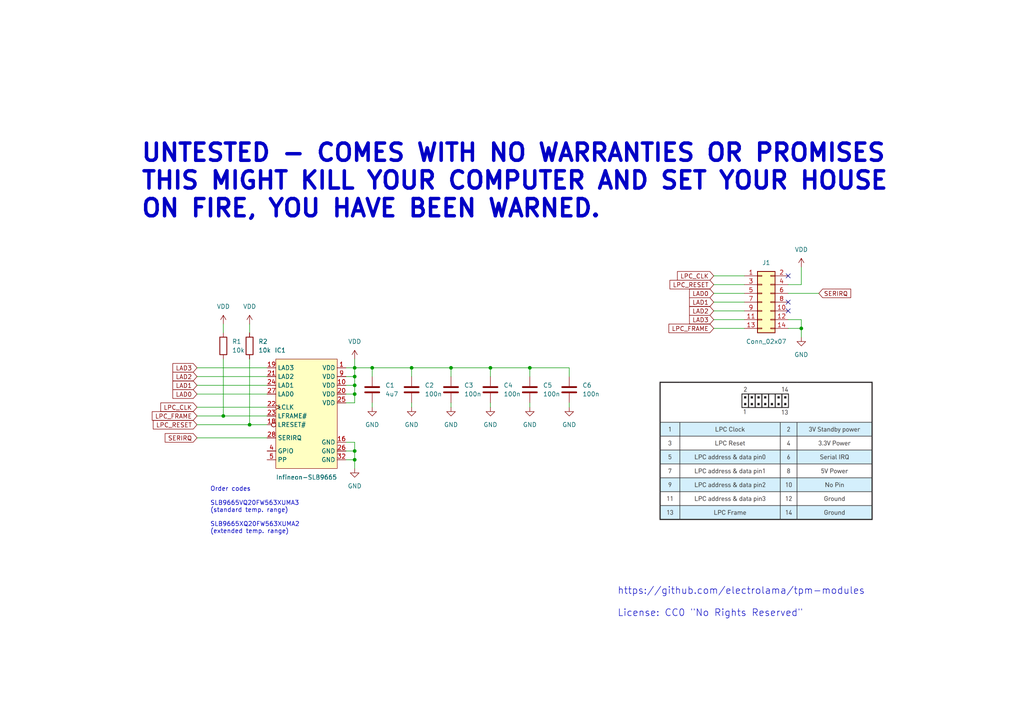
<source format=kicad_sch>
(kicad_sch (version 20210621) (generator eeschema)
  (paper "A4")
  (lib_symbols
    (symbol "Connector_Generic:Conn_02x07_Odd_Even" (pin_names (offset 1.016) hide)
      (property "Reference" "J" (at 1.27 10.16 0))
      (property "Value" "Conn_02x07_Odd_Even" (at 1.27 -10.16 0))
      (symbol "Conn_02x07_Odd_Even_1_1"
        (rectangle (start -1.27 -7.493) (end 0 -7.747) (stroke (width 0.1524)))
        (rectangle (start -1.27 -4.953) (end 0 -5.207) (stroke (width 0.1524)))
        (rectangle (start -1.27 -2.413) (end 0 -2.667) (stroke (width 0.1524)))
        (rectangle (start -1.27 0.127) (end 0 -0.127) (stroke (width 0.1524)))
        (rectangle (start -1.27 2.667) (end 0 2.413) (stroke (width 0.1524)))
        (rectangle (start -1.27 5.207) (end 0 4.953) (stroke (width 0.1524)))
        (rectangle (start -1.27 7.747) (end 0 7.493) (stroke (width 0.1524)))
        (rectangle (start 3.81 -7.493) (end 2.54 -7.747) (stroke (width 0.1524)))
        (rectangle (start 3.81 -4.953) (end 2.54 -5.207) (stroke (width 0.1524)))
        (rectangle (start 3.81 -2.413) (end 2.54 -2.667) (stroke (width 0.1524)))
        (rectangle (start 3.81 0.127) (end 2.54 -0.127) (stroke (width 0.1524)))
        (rectangle (start 3.81 2.667) (end 2.54 2.413) (stroke (width 0.1524)))
        (rectangle (start 3.81 5.207) (end 2.54 4.953) (stroke (width 0.1524)))
        (rectangle (start 3.81 7.747) (end 2.54 7.493) (stroke (width 0.1524)))
        (rectangle (start -1.27 8.89) (end 3.81 -8.89) (stroke (width 0.254)) (fill (type background)))
        (pin passive line (at -5.08 7.62 0) (length 3.81) (name "Pin_1") (number "1"))
        (pin passive line (at 7.62 -2.54 180) (length 3.81) (name "Pin_10") (number "10"))
        (pin passive line (at -5.08 -5.08 0) (length 3.81) (name "Pin_11") (number "11"))
        (pin passive line (at 7.62 -5.08 180) (length 3.81) (name "Pin_12") (number "12"))
        (pin passive line (at -5.08 -7.62 0) (length 3.81) (name "Pin_13") (number "13"))
        (pin passive line (at 7.62 -7.62 180) (length 3.81) (name "Pin_14") (number "14"))
        (pin passive line (at 7.62 7.62 180) (length 3.81) (name "Pin_2") (number "2"))
        (pin passive line (at -5.08 5.08 0) (length 3.81) (name "Pin_3") (number "3"))
        (pin passive line (at 7.62 5.08 180) (length 3.81) (name "Pin_4") (number "4"))
        (pin passive line (at -5.08 2.54 0) (length 3.81) (name "Pin_5") (number "5"))
        (pin passive line (at 7.62 2.54 180) (length 3.81) (name "Pin_6") (number "6"))
        (pin passive line (at -5.08 0 0) (length 3.81) (name "Pin_7") (number "7"))
        (pin passive line (at 7.62 0 180) (length 3.81) (name "Pin_8") (number "8"))
        (pin passive line (at -5.08 -2.54 0) (length 3.81) (name "Pin_9") (number "9"))
      )
    )
    (symbol "Device:C" (pin_numbers hide) (pin_names (offset 0.254))
      (property "Reference" "C" (at 0.635 2.54 0))
      (property "Value" "C" (at 0.635 -2.54 0))
      (symbol "C_0_1"
        (polyline (pts (xy -2.032 -0.762) (xy 2.032 -0.762)) (stroke (width 0.508)))
        (polyline (pts (xy -2.032 0.762) (xy 2.032 0.762)) (stroke (width 0.508)))
      )
      (symbol "C_1_1"
        (pin passive line (at 0 3.81 270) (length 2.794) (name "~") (number "1"))
        (pin passive line (at 0 -3.81 90) (length 2.794) (name "~") (number "2"))
      )
    )
    (symbol "Device:R" (pin_numbers hide) (pin_names (offset 0))
      (property "Reference" "R" (at 2.032 0 90))
      (property "Value" "R" (at 0 0 90))
      (symbol "R_0_1"
        (rectangle (start -1.016 -2.54) (end 1.016 2.54) (stroke (width 0.254)))
      )
      (symbol "R_1_1"
        (pin passive line (at 0 3.81 270) (length 1.27) (name "~") (number "1"))
        (pin passive line (at 0 -3.81 90) (length 1.27) (name "~") (number "2"))
      )
    )
    (symbol "power:GND" (power) (pin_names (offset 0))
      (property "Value" "GND" (at 0 -3.81 0))
      (symbol "GND_0_1"
        (polyline (pts (xy 0 0) (xy 0 -1.27) (xy 1.27 -1.27) (xy 0 -2.54) (xy -1.27 -1.27) (xy 0 -1.27)))
      )
      (symbol "GND_1_1"
        (pin power_in line (at 0 0 270) (length 0) hide (name "GND") (number "1"))
      )
    )
    (symbol "power:VDD" (power) (pin_names (offset 0))
      (property "Value" "VDD" (at 0 3.81 0))
      (symbol "VDD_0_1"
        (polyline (pts (xy -0.762 1.27) (xy 0 2.54)))
        (polyline (pts (xy 0 0) (xy 0 2.54)))
        (polyline (pts (xy 0 2.54) (xy 0.762 1.27)))
      )
      (symbol "VDD_1_1"
        (pin power_in line (at 0 0 90) (length 0) hide (name "VDD") (number "1"))
      )
    )
    (symbol "tpm:Infineon-SLB9665"
      (property "Reference" "IC" (at -7.62 17.78 0))
      (property "Value" "Infineon-SLB9665" (at 0 -16.51 0))
      (symbol "Infineon-SLB9665_0_1"
        (rectangle (start -8.89 16.51) (end 8.89 -15.24) (stroke (width 0.1524)) (fill (type background)))
      )
      (symbol "Infineon-SLB9665_1_1"
        (pin power_in line (at 11.43 13.97 180) (length 2.54) (name "VDD") (number "1"))
        (pin power_in line (at 11.43 8.89 180) (length 2.54) (name "VDD") (number "10"))
        (pin power_in line (at 11.43 -7.62 180) (length 2.54) (name "GND") (number "16"))
        (pin input inverted (at -11.43 -2.54 0) (length 2.54) (name "LRESET#") (number "18"))
        (pin bidirectional line (at -11.43 13.97 0) (length 2.54) (name "LAD3") (number "19"))
        (pin power_in line (at 11.43 6.35 180) (length 2.54) (name "VDD") (number "20"))
        (pin bidirectional line (at -11.43 11.43 0) (length 2.54) (name "LAD2") (number "21"))
        (pin input clock (at -11.43 2.54 0) (length 2.54) (name "LCLK") (number "22"))
        (pin input line (at -11.43 0 0) (length 2.54) (name "LFRAME#") (number "23"))
        (pin bidirectional line (at -11.43 8.89 0) (length 2.54) (name "LAD1") (number "24"))
        (pin power_in line (at 11.43 3.81 180) (length 2.54) (name "VDD") (number "25"))
        (pin power_in line (at 11.43 -10.16 180) (length 2.54) (name "GND") (number "26"))
        (pin bidirectional line (at -11.43 6.35 0) (length 2.54) (name "LAD0") (number "27"))
        (pin bidirectional line (at -11.43 -6.35 0) (length 2.54) (name "SERIRQ") (number "28"))
        (pin power_in line (at 11.43 -12.7 180) (length 2.54) (name "GND") (number "32"))
        (pin bidirectional line (at -11.43 -10.16 0) (length 2.54) (name "GPIO") (number "4"))
        (pin input line (at -11.43 -12.7 0) (length 2.54) (name "PP") (number "5"))
        (pin power_in line (at 11.43 11.43 180) (length 2.54) (name "VDD") (number "9"))
      )
    )
  )
  (junction (at 64.77 120.65) (diameter 0.9144))
  (junction (at 72.39 123.19) (diameter 0.9144))
  (junction (at 102.87 106.68) (diameter 0.9144))
  (junction (at 102.87 109.22) (diameter 0.9144))
  (junction (at 102.87 111.76) (diameter 0.9144))
  (junction (at 102.87 114.3) (diameter 0.9144))
  (junction (at 102.87 130.81) (diameter 0.9144))
  (junction (at 102.87 133.35) (diameter 0.9144))
  (junction (at 107.95 106.68) (diameter 0.9144))
  (junction (at 119.38 106.68) (diameter 0.9144))
  (junction (at 130.81 106.68) (diameter 0.9144))
  (junction (at 142.24 106.68) (diameter 0.9144))
  (junction (at 153.67 106.68) (diameter 0.9144))
  (junction (at 232.41 95.25) (diameter 0.9144))
  (no_connect (at 228.6 80.01))
  (no_connect (at 228.6 87.63))
  (no_connect (at 228.6 90.17))
  (wire (pts (xy 57.15 106.68) (xy 77.47 106.68)))
  (wire (pts (xy 57.15 109.22) (xy 77.47 109.22)))
  (wire (pts (xy 57.15 111.76) (xy 77.47 111.76)))
  (wire (pts (xy 57.15 114.3) (xy 77.47 114.3)))
  (wire (pts (xy 57.15 118.11) (xy 77.47 118.11)))
  (wire (pts (xy 57.15 120.65) (xy 64.77 120.65)))
  (wire (pts (xy 57.15 123.19) (xy 72.39 123.19)))
  (wire (pts (xy 57.15 127) (xy 77.47 127)))
  (wire (pts (xy 64.77 93.98) (xy 64.77 96.52)))
  (wire (pts (xy 64.77 104.14) (xy 64.77 120.65)))
  (wire (pts (xy 64.77 120.65) (xy 77.47 120.65)))
  (wire (pts (xy 72.39 93.98) (xy 72.39 96.52)))
  (wire (pts (xy 72.39 104.14) (xy 72.39 123.19)))
  (wire (pts (xy 72.39 123.19) (xy 77.47 123.19)))
  (wire (pts (xy 100.33 106.68) (xy 102.87 106.68)))
  (wire (pts (xy 100.33 109.22) (xy 102.87 109.22)))
  (wire (pts (xy 100.33 111.76) (xy 102.87 111.76)))
  (wire (pts (xy 100.33 114.3) (xy 102.87 114.3)))
  (wire (pts (xy 100.33 116.84) (xy 102.87 116.84)))
  (wire (pts (xy 100.33 128.27) (xy 102.87 128.27)))
  (wire (pts (xy 100.33 130.81) (xy 102.87 130.81)))
  (wire (pts (xy 100.33 133.35) (xy 102.87 133.35)))
  (wire (pts (xy 102.87 104.14) (xy 102.87 106.68)))
  (wire (pts (xy 102.87 106.68) (xy 102.87 109.22)))
  (wire (pts (xy 102.87 106.68) (xy 107.95 106.68)))
  (wire (pts (xy 102.87 109.22) (xy 102.87 111.76)))
  (wire (pts (xy 102.87 111.76) (xy 102.87 114.3)))
  (wire (pts (xy 102.87 114.3) (xy 102.87 116.84)))
  (wire (pts (xy 102.87 128.27) (xy 102.87 130.81)))
  (wire (pts (xy 102.87 130.81) (xy 102.87 133.35)))
  (wire (pts (xy 102.87 133.35) (xy 102.87 135.89)))
  (wire (pts (xy 107.95 106.68) (xy 107.95 109.22)))
  (wire (pts (xy 107.95 106.68) (xy 119.38 106.68)))
  (wire (pts (xy 107.95 116.84) (xy 107.95 118.11)))
  (wire (pts (xy 119.38 106.68) (xy 119.38 109.22)))
  (wire (pts (xy 119.38 106.68) (xy 130.81 106.68)))
  (wire (pts (xy 119.38 116.84) (xy 119.38 118.11)))
  (wire (pts (xy 130.81 106.68) (xy 130.81 109.22)))
  (wire (pts (xy 130.81 106.68) (xy 142.24 106.68)))
  (wire (pts (xy 130.81 116.84) (xy 130.81 118.11)))
  (wire (pts (xy 142.24 106.68) (xy 142.24 109.22)))
  (wire (pts (xy 142.24 106.68) (xy 153.67 106.68)))
  (wire (pts (xy 142.24 116.84) (xy 142.24 118.11)))
  (wire (pts (xy 153.67 106.68) (xy 153.67 109.22)))
  (wire (pts (xy 153.67 106.68) (xy 165.1 106.68)))
  (wire (pts (xy 153.67 116.84) (xy 153.67 118.11)))
  (wire (pts (xy 165.1 106.68) (xy 165.1 109.22)))
  (wire (pts (xy 165.1 116.84) (xy 165.1 118.11)))
  (wire (pts (xy 207.01 80.01) (xy 215.9 80.01)))
  (wire (pts (xy 207.01 82.55) (xy 215.9 82.55)))
  (wire (pts (xy 207.01 85.09) (xy 215.9 85.09)))
  (wire (pts (xy 207.01 87.63) (xy 215.9 87.63)))
  (wire (pts (xy 207.01 90.17) (xy 215.9 90.17)))
  (wire (pts (xy 207.01 92.71) (xy 215.9 92.71)))
  (wire (pts (xy 207.01 95.25) (xy 215.9 95.25)))
  (wire (pts (xy 228.6 82.55) (xy 232.41 82.55)))
  (wire (pts (xy 228.6 85.09) (xy 237.49 85.09)))
  (wire (pts (xy 228.6 92.71) (xy 232.41 92.71)))
  (wire (pts (xy 228.6 95.25) (xy 232.41 95.25)))
  (wire (pts (xy 232.41 77.47) (xy 232.41 82.55)))
  (wire (pts (xy 232.41 92.71) (xy 232.41 95.25)))
  (wire (pts (xy 232.41 95.25) (xy 232.41 97.79)))
  (image (at 222.25 130.81))
  (text "UNTESTED - COMES WITH NO WARRANTIES OR PROMISES\nTHIS MIGHT KILL YOUR COMPUTER AND SET YOUR HOUSE\nON FIRE, YOU HAVE BEEN WARNED." (at 40.64 63.5 0) (effects (font (size 5 5) (thickness 1) bold) (justify left bottom)))
  (text "Order codes\n\nSLB9665VQ20FW563XUMA3\n(standard temp. range)\n\nSLB9665XQ20FW563XUMA2\n(extended temp. range)" (at 60.96 154.94 0) (effects (font (size 1.27 1.27)) (justify left bottom)))
  (text "https://github.com/electrolama/tpm-modules\n\nLicense: CC0 \"No Rights Reserved\"" (at 179.07 179.07 0) (effects (font (size 2 2)) (justify left bottom)))
  (global_label "LAD3" (shape input) (at 57.15 106.68 180) (property "Intersheet References" "${INTERSHEET_REFS}" (effects hide)))
  (global_label "LAD2" (shape input) (at 57.15 109.22 180) (property "Intersheet References" "${INTERSHEET_REFS}" (effects hide)))
  (global_label "LAD1" (shape input) (at 57.15 111.76 180) (property "Intersheet References" "${INTERSHEET_REFS}" (effects hide)))
  (global_label "LAD0" (shape input) (at 57.15 114.3 180) (property "Intersheet References" "${INTERSHEET_REFS}" (effects hide)))
  (global_label "LPC_CLK" (shape input) (at 57.15 118.11 180) (property "Intersheet References" "${INTERSHEET_REFS}" (effects hide)))
  (global_label "LPC_FRAME" (shape input) (at 57.15 120.65 180) (property "Intersheet References" "${INTERSHEET_REFS}" (effects hide)))
  (global_label "LPC_RESET" (shape input) (at 57.15 123.19 180) (property "Intersheet References" "${INTERSHEET_REFS}" (effects hide)))
  (global_label "SERIRQ" (shape input) (at 57.15 127 180) (property "Intersheet References" "${INTERSHEET_REFS}" (effects hide)))
  (global_label "LPC_CLK" (shape input) (at 207.01 80.01 180) (property "Intersheet References" "${INTERSHEET_REFS}" (effects hide)))
  (global_label "LPC_RESET" (shape input) (at 207.01 82.55 180) (property "Intersheet References" "${INTERSHEET_REFS}" (effects hide)))
  (global_label "LAD0" (shape input) (at 207.01 85.09 180) (property "Intersheet References" "${INTERSHEET_REFS}" (effects hide)))
  (global_label "LAD1" (shape input) (at 207.01 87.63 180) (property "Intersheet References" "${INTERSHEET_REFS}" (effects hide)))
  (global_label "LAD2" (shape input) (at 207.01 90.17 180) (property "Intersheet References" "${INTERSHEET_REFS}" (effects hide)))
  (global_label "LAD3" (shape input) (at 207.01 92.71 180) (property "Intersheet References" "${INTERSHEET_REFS}" (effects hide)))
  (global_label "LPC_FRAME" (shape input) (at 207.01 95.25 180) (property "Intersheet References" "${INTERSHEET_REFS}" (effects hide)))
  (global_label "SERIRQ" (shape input) (at 237.49 85.09 0) (property "Intersheet References" "${INTERSHEET_REFS}" (effects hide)))
  (symbol (lib_id "power:VDD") (at 64.77 93.98 0) (unit 1)
    (property "Reference" "#PWR01" (effects hide))
    (property "Value" "VDD" (at 64.77 88.9 0))
  )
  (symbol (lib_id "power:VDD") (at 72.39 93.98 0) (unit 1)
    (property "Reference" "#PWR02" (effects hide))
    (property "Value" "VDD" (at 72.39 88.9 0))
  )
  (symbol (lib_id "power:VDD") (at 102.87 104.14 0) (unit 1)
    (property "Reference" "#PWR03" (effects hide))
    (property "Value" "VDD" (at 102.87 99.06 0))
  )
  (symbol (lib_id "power:VDD") (at 232.41 77.47 0) (unit 1)
    (property "Reference" "#PWR011" (effects hide))
    (property "Value" "VDD" (at 232.41 72.39 0))
  )
  (symbol (lib_id "power:GND") (at 102.87 135.89 0) (unit 1)
    (property "Reference" "#PWR04" (effects hide))
    (property "Value" "GND" (at 102.87 140.97 0))
  )
  (symbol (lib_id "power:GND") (at 107.95 118.11 0) (unit 1)
    (property "Reference" "#PWR05" (effects hide))
    (property "Value" "GND" (at 107.95 123.19 0))
  )
  (symbol (lib_id "power:GND") (at 119.38 118.11 0) (unit 1)
    (property "Reference" "#PWR06" (effects hide))
    (property "Value" "GND" (at 119.38 123.19 0))
  )
  (symbol (lib_id "power:GND") (at 130.81 118.11 0) (unit 1)
    (property "Reference" "#PWR07" (effects hide))
    (property "Value" "GND" (at 130.81 123.19 0))
  )
  (symbol (lib_id "power:GND") (at 142.24 118.11 0) (unit 1)
    (property "Reference" "#PWR08" (effects hide))
    (property "Value" "GND" (at 142.24 123.19 0))
  )
  (symbol (lib_id "power:GND") (at 153.67 118.11 0) (unit 1)
    (property "Reference" "#PWR09" (effects hide))
    (property "Value" "GND" (at 153.67 123.19 0))
  )
  (symbol (lib_id "power:GND") (at 165.1 118.11 0) (unit 1)
    (property "Reference" "#PWR010" (effects hide))
    (property "Value" "GND" (at 165.1 123.19 0))
  )
  (symbol (lib_id "power:GND") (at 232.41 97.79 0) (unit 1)
    (property "Reference" "#PWR012" (effects hide))
    (property "Value" "GND" (at 232.41 102.87 0))
  )
  (symbol (lib_id "Device:R") (at 64.77 100.33 0) (unit 1)
    (property "Reference" "R1" (at 67.31 99.0599 0) (effects (justify left)))
    (property "Value" "10k" (at 67.31 101.5999 0) (effects (justify left)))
    (property "Footprint" "Resistor_SMD:R_0402_1005Metric" (effects hide))
  )
  (symbol (lib_id "Device:R") (at 72.39 100.33 0) (unit 1)
    (property "Reference" "R2" (at 74.93 99.0599 0) (effects (justify left)))
    (property "Value" "10k" (at 74.93 101.5999 0) (effects (justify left)))
    (property "Footprint" "Resistor_SMD:R_0402_1005Metric" (effects hide))
  )
  (symbol (lib_id "Device:C") (at 107.95 113.03 0) (unit 1)
    (property "Reference" "C1" (at 111.76 111.7599 0) (effects (justify left)))
    (property "Value" "4u7" (at 111.76 114.2999 0) (effects (justify left)))
    (property "Footprint" "Capacitor_SMD:C_0402_1005Metric" (effects hide))
  )
  (symbol (lib_id "Device:C") (at 119.38 113.03 0) (unit 1)
    (property "Reference" "C2" (at 123.19 111.7599 0) (effects (justify left)))
    (property "Value" "100n" (at 123.19 114.2999 0) (effects (justify left)))
    (property "Footprint" "Capacitor_SMD:C_0402_1005Metric" (effects hide))
  )
  (symbol (lib_id "Device:C") (at 130.81 113.03 0) (unit 1)
    (property "Reference" "C3" (at 134.62 111.7599 0) (effects (justify left)))
    (property "Value" "100n" (at 134.62 114.2999 0) (effects (justify left)))
    (property "Footprint" "Capacitor_SMD:C_0402_1005Metric" (effects hide))
  )
  (symbol (lib_id "Device:C") (at 142.24 113.03 0) (unit 1)
    (property "Reference" "C4" (at 146.05 111.7599 0) (effects (justify left)))
    (property "Value" "100n" (at 146.05 114.2999 0) (effects (justify left)))
    (property "Footprint" "Capacitor_SMD:C_0402_1005Metric" (effects hide))
  )
  (symbol (lib_id "Device:C") (at 153.67 113.03 0) (unit 1)
    (property "Reference" "C5" (at 157.48 111.7599 0) (effects (justify left)))
    (property "Value" "100n" (at 157.48 114.2999 0) (effects (justify left)))
    (property "Footprint" "Capacitor_SMD:C_0402_1005Metric" (effects hide))
  )
  (symbol (lib_id "Device:C") (at 165.1 113.03 0) (unit 1)
    (property "Reference" "C6" (at 168.91 111.7599 0) (effects (justify left)))
    (property "Value" "100n" (at 168.91 114.2999 0) (effects (justify left)))
    (property "Footprint" "Capacitor_SMD:C_0402_1005Metric" (effects hide))
  )
  (symbol (lib_id "Connector_Generic:Conn_02x07_Odd_Even") (at 220.98 87.63 0) (unit 1)
    (property "Reference" "J1" (at 222.25 76.2 0))
    (property "Value" "Conn_02x07" (at 222.25 99.06 0))
    (property "Footprint" "Connector_PinSocket_2.54mm:PinSocket_2x07_P2.54mm_Horizontal" (effects hide))
  )
  (symbol (lib_id "tpm:Infineon-SLB9665") (at 88.9 120.65 0) (unit 1)
    (property "Reference" "IC1" (at 81.28 101.6 0))
    (property "Value" "Infineon-SLB9665" (at 88.9 138.43 0))
    (property "Footprint" "Package_DFN_QFN:QFN-32-1EP_5x5mm_P0.5mm_EP3.1x3.1mm" (effects hide))
  )
)
</source>
